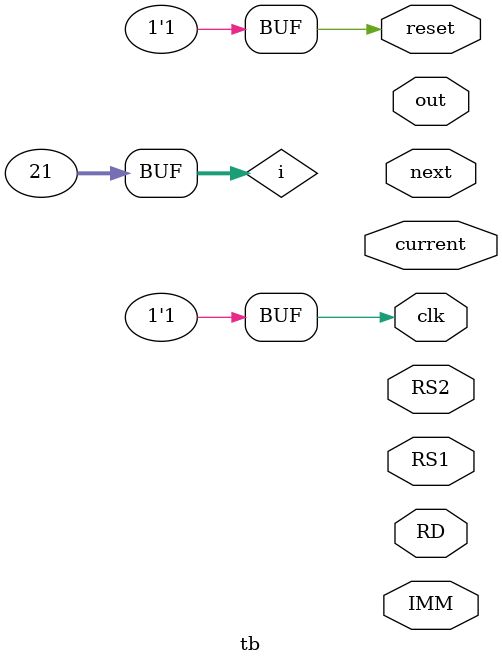
<source format=v>
module tb(next, current, reset, clk, RD, RS1, RS2, IMM, out);
output reg clk;
output reg reset;
output [7:0] next, current;
output [31:0] out;
output [4:0] RD, RS1, RS2;
output [11:0] IMM;
integer i;


initial begin
	reset <= 1;
	for(i=0; i <= 20; i = i + 1)
		clk <= 0;
		#5
		clk <= 1;
		#5;

end

endmodule
</source>
